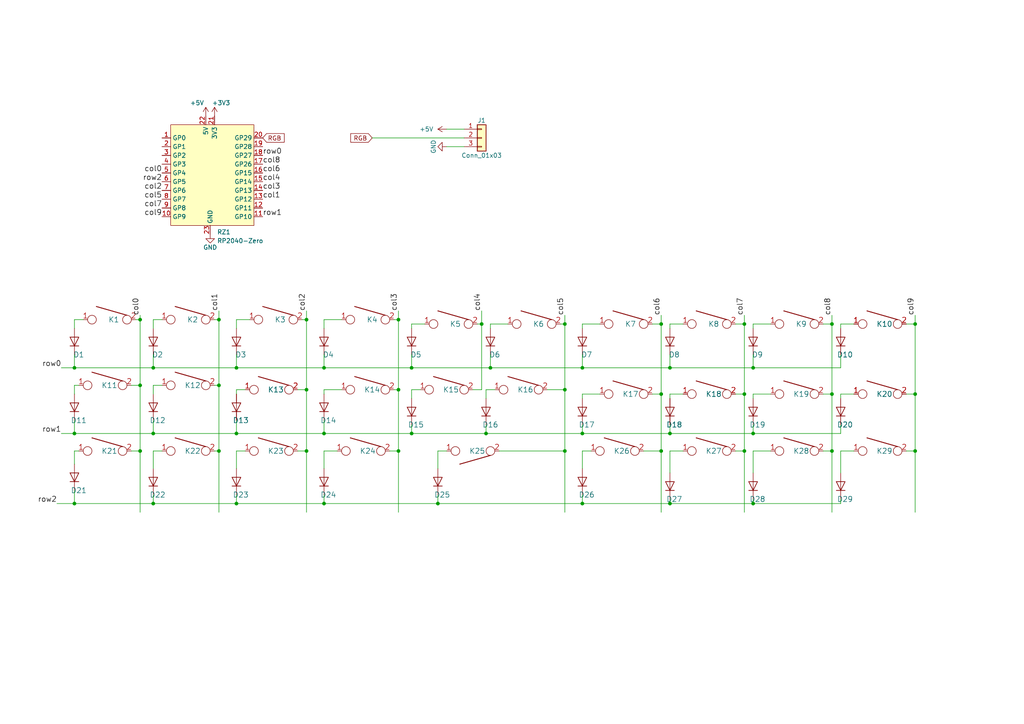
<source format=kicad_sch>
(kicad_sch (version 20211123) (generator eeschema)
  (paper "A4")
  (lib_symbols
    (symbol "alpha_pro_micro-rescue:Conn_01x03" (pin_names (offset 1.016) hide)
      (property "Reference" "J" (at 0 5.08 0))
      (property "Value" "Conn_01x03" (at 0 -5.08 0))
      (symbol "Conn_01x03_1_1"
        (rectangle (start -1.27 -2.413) (end 0 -2.667) (stroke (width 0.1524)))
        (rectangle (start -1.27 0.127) (end 0 -0.127) (stroke (width 0.1524)))
        (rectangle (start -1.27 2.667) (end 0 2.413) (stroke (width 0.1524)))
        (rectangle (start -1.27 3.81) (end 1.27 -3.81) (stroke (width 0.254)) (fill (type background)))
        (pin passive line (at -5.08 2.54 0) (length 3.81) (name "Pin_1") (number "1"))
        (pin passive line (at -5.08 0 0) (length 3.81) (name "Pin_2") (number "2"))
        (pin passive line (at -5.08 -2.54 0) (length 3.81) (name "Pin_3") (number "3"))
      )
    )
    (symbol "alpha_pro_micro-rescue:D-RESCUE-alpha_pro_micro" (pin_numbers hide) (pin_names (offset 1.016) hide)
      (property "Reference" "D" (at 0 2.54 0))
      (property "Value" "D-RESCUE-alpha_pro_micro" (at 0 -2.54 0))
      (symbol "D-RESCUE-alpha_pro_micro_0_1"
        (polyline (pts (xy -1.27 1.27) (xy -1.27 -1.27)) (stroke (width 0.2032)))
        (polyline (pts (xy 1.27 0) (xy -1.27 0)))
        (polyline (pts (xy 1.27 1.27) (xy 1.27 -1.27) (xy -1.27 0) (xy 1.27 1.27)) (stroke (width 0.2032)))
      )
      (symbol "D-RESCUE-alpha_pro_micro_1_1"
        (pin passive line (at -3.81 0 0) (length 2.54) (name "K") (number "1"))
        (pin passive line (at 3.81 0 180) (length 2.54) (name "A") (number "2"))
      )
    )
    (symbol "alpha_pro_micro-rescue:KEYSW" (pin_names (offset 1.016))
      (property "Reference" "K?" (at -1.27 0 0))
      (symbol "KEYSW_0_1"
        (circle (center -5.08 0) (radius 1.27))
        (polyline (pts (xy -5.08 1.27) (xy 3.81 3.81)) (stroke (width 0.254)))
        (circle (center 5.08 0) (radius 1.27))
      )
      (symbol "KEYSW_1_1"
        (pin passive line (at 7.62 0 180) (length 1.27) (name "~") (number "1"))
        (pin passive line (at -7.62 0 0) (length 1.27) (name "~") (number "2"))
      )
    )
    (symbol "power:+3V3" (power) (pin_names (offset 0))
      (property "Value" "+3V3" (at 0 3.556 0))
      (symbol "+3V3_0_1"
        (polyline (pts (xy -0.762 1.27) (xy 0 2.54)))
        (polyline (pts (xy 0 0) (xy 0 2.54)))
        (polyline (pts (xy 0 2.54) (xy 0.762 1.27)))
      )
      (symbol "+3V3_1_1"
        (pin power_in line (at 0 0 90) (length 0) hide (name "+3V3") (number "1"))
      )
    )
    (symbol "power:+5V" (power) (pin_names (offset 0))
      (property "Value" "+5V" (at 0 3.556 0))
      (symbol "+5V_0_1"
        (polyline (pts (xy -0.762 1.27) (xy 0 2.54)))
        (polyline (pts (xy 0 0) (xy 0 2.54)))
        (polyline (pts (xy 0 2.54) (xy 0.762 1.27)))
      )
      (symbol "+5V_1_1"
        (pin power_in line (at 0 0 90) (length 0) hide (name "+5V") (number "1"))
      )
    )
    (symbol "power:GND" (power) (pin_names (offset 0))
      (property "Value" "GND" (at 0 -3.81 0))
      (symbol "GND_0_1"
        (polyline (pts (xy 0 0) (xy 0 -1.27) (xy 1.27 -1.27) (xy 0 -2.54) (xy -1.27 -1.27) (xy 0 -1.27)))
      )
      (symbol "GND_1_1"
        (pin power_in line (at 0 0 270) (length 0) hide (name "GND") (number "1"))
      )
    )
    (symbol "rp2040-zero:RP2040-Zero"
      (property "Reference" "RZ" (at 0 0 0))
      (property "Value" "RP2040-Zero" (at 0 -2.54 0))
      (symbol "RP2040-Zero_0_1"
        (rectangle (start -11.43 -15.24) (end 12.7 13.97) (fill (type background)))
      )
      (symbol "RP2040-Zero_1_1"
        (pin bidirectional line (at -13.97 10.16 0) (length 2.54) (name "GP0") (number "1"))
        (pin bidirectional line (at -13.97 -12.7 0) (length 2.54) (name "GP9") (number "10"))
        (pin bidirectional line (at 15.24 -12.7 180) (length 2.54) (name "GP10") (number "11"))
        (pin bidirectional line (at 15.24 -10.16 180) (length 2.54) (name "GP11") (number "12"))
        (pin bidirectional line (at 15.24 -7.62 180) (length 2.54) (name "GP12") (number "13"))
        (pin bidirectional line (at 15.24 -5.08 180) (length 2.54) (name "GP13") (number "14"))
        (pin bidirectional line (at 15.24 -2.54 180) (length 2.54) (name "GP14") (number "15"))
        (pin bidirectional line (at 15.24 0 180) (length 2.54) (name "GP15") (number "16"))
        (pin bidirectional line (at 15.24 2.54 180) (length 2.54) (name "GP26") (number "17"))
        (pin bidirectional line (at 15.24 5.08 180) (length 2.54) (name "GP27") (number "18"))
        (pin bidirectional line (at 15.24 7.62 180) (length 2.54) (name "GP28") (number "19"))
        (pin bidirectional line (at -13.97 7.62 0) (length 2.54) (name "GP1") (number "2"))
        (pin bidirectional line (at 15.24 10.16 180) (length 2.54) (name "GP29") (number "20"))
        (pin power_in line (at 1.27 16.51 270) (length 2.54) (name "3V3") (number "21"))
        (pin power_in line (at -1.27 16.51 270) (length 2.54) (name "5V") (number "22"))
        (pin power_in line (at 0 -17.78 90) (length 2.54) (name "GND") (number "23"))
        (pin bidirectional line (at -13.97 5.08 0) (length 2.54) (name "GP2") (number "3"))
        (pin bidirectional line (at -13.97 2.54 0) (length 2.54) (name "GP3") (number "4"))
        (pin bidirectional line (at -13.97 0 0) (length 2.54) (name "GP4") (number "5"))
        (pin bidirectional line (at -13.97 -2.54 0) (length 2.54) (name "GP5") (number "6"))
        (pin bidirectional line (at -13.97 -5.08 0) (length 2.54) (name "GP6") (number "7"))
        (pin bidirectional line (at -13.97 -7.62 0) (length 2.54) (name "GP7") (number "8"))
        (pin bidirectional line (at -13.97 -10.16 0) (length 2.54) (name "GP8") (number "9"))
      )
    )
  )
  (junction (at 265.43 114.3))
  (junction (at 115.57 130.81))
  (junction (at 88.9 113.03))
  (junction (at 68.58 125.73))
  (junction (at 191.77 93.98))
  (junction (at 194.31 125.73))
  (junction (at 88.9 130.81))
  (junction (at 63.5 130.81))
  (junction (at 44.45 106.68))
  (junction (at 119.38 106.68))
  (junction (at 191.77 114.3))
  (junction (at 119.38 125.73))
  (junction (at 194.31 146.05))
  (junction (at 168.91 106.68))
  (junction (at 63.5 111.76))
  (junction (at 241.3 130.81))
  (junction (at 68.58 106.68))
  (junction (at 40.64 111.76))
  (junction (at 215.9 93.98))
  (junction (at 21.59 106.68))
  (junction (at 93.98 146.05))
  (junction (at 63.5 92.71))
  (junction (at 44.45 146.05))
  (junction (at 241.3 93.98))
  (junction (at 265.43 93.98))
  (junction (at 21.59 146.05))
  (junction (at 127 146.05))
  (junction (at 93.98 125.73))
  (junction (at 140.97 125.73))
  (junction (at 168.91 146.05))
  (junction (at 40.64 92.71))
  (junction (at 142.24 106.68))
  (junction (at 191.77 130.81))
  (junction (at 93.98 106.68))
  (junction (at 21.59 125.73))
  (junction (at 218.44 106.68))
  (junction (at 88.9 92.71))
  (junction (at 68.58 146.05))
  (junction (at 218.44 125.73))
  (junction (at 44.45 125.73))
  (junction (at 40.64 130.81))
  (junction (at 194.31 106.68))
  (junction (at 265.43 130.81))
  (junction (at 215.9 130.81))
  (junction (at 115.57 113.03))
  (junction (at 163.83 113.03))
  (junction (at 115.57 92.71))
  (junction (at 163.83 130.81))
  (junction (at 139.7 93.98))
  (junction (at 241.3 114.3))
  (junction (at 168.91 125.73))
  (junction (at 163.83 93.98))
  (junction (at 218.44 146.05))
  (junction (at 215.9 114.3))
  (wire (pts (xy 72.39 92.71) (xy 68.58 92.71)))
  (wire (pts (xy 191.77 114.3) (xy 191.77 130.81)))
  (wire (pts (xy 243.84 144.78) (xy 243.84 146.05)))
  (wire (pts (xy 140.97 113.03) (xy 140.97 115.57)))
  (wire (pts (xy 265.43 93.98) (xy 265.43 114.3)))
  (wire (pts (xy 93.98 113.03) (xy 93.98 114.3)))
  (wire (pts (xy 143.51 113.03) (xy 140.97 113.03)))
  (wire (pts (xy 218.44 93.98) (xy 223.52 93.98)))
  (wire (pts (xy 265.43 91.44) (xy 265.43 93.98)))
  (wire (pts (xy 22.86 111.76) (xy 21.59 111.76)))
  (wire (pts (xy 44.45 130.81) (xy 46.99 130.81)))
  (wire (pts (xy 194.31 106.68) (xy 218.44 106.68)))
  (wire (pts (xy 21.59 102.87) (xy 21.59 106.68)))
  (wire (pts (xy 162.56 93.98) (xy 163.83 93.98)))
  (wire (pts (xy 238.76 130.81) (xy 241.3 130.81)))
  (wire (pts (xy 115.57 130.81) (xy 115.57 148.59)))
  (wire (pts (xy 241.3 130.81) (xy 241.3 148.59)))
  (wire (pts (xy 218.44 125.73) (xy 243.84 125.73)))
  (wire (pts (xy 241.3 91.44) (xy 241.3 93.98)))
  (wire (pts (xy 243.84 115.57) (xy 243.84 114.3)))
  (wire (pts (xy 119.38 106.68) (xy 142.24 106.68)))
  (wire (pts (xy 215.9 93.98) (xy 215.9 114.3)))
  (wire (pts (xy 68.58 143.51) (xy 68.58 146.05)))
  (wire (pts (xy 171.45 130.81) (xy 168.91 130.81)))
  (wire (pts (xy 44.45 146.05) (xy 68.58 146.05)))
  (wire (pts (xy 21.59 130.81) (xy 21.59 134.62)))
  (wire (pts (xy 213.36 93.98) (xy 215.9 93.98)))
  (wire (pts (xy 137.16 113.03) (xy 139.7 113.03)))
  (wire (pts (xy 44.45 125.73) (xy 44.45 121.92)))
  (wire (pts (xy 115.57 92.71) (xy 115.57 113.03)))
  (wire (pts (xy 113.03 130.81) (xy 115.57 130.81)))
  (wire (pts (xy 93.98 125.73) (xy 119.38 125.73)))
  (wire (pts (xy 62.23 130.81) (xy 63.5 130.81)))
  (wire (pts (xy 158.75 113.03) (xy 163.83 113.03)))
  (wire (pts (xy 168.91 146.05) (xy 194.31 146.05)))
  (wire (pts (xy 46.99 111.76) (xy 44.45 111.76)))
  (wire (pts (xy 40.64 92.71) (xy 40.64 111.76)))
  (wire (pts (xy 68.58 125.73) (xy 93.98 125.73)))
  (wire (pts (xy 68.58 125.73) (xy 68.58 121.92)))
  (wire (pts (xy 40.64 130.81) (xy 40.64 148.59)))
  (wire (pts (xy 115.57 113.03) (xy 114.3 113.03)))
  (wire (pts (xy 142.24 93.98) (xy 142.24 95.25)))
  (wire (pts (xy 243.84 114.3) (xy 247.65 114.3)))
  (wire (pts (xy 218.44 144.78) (xy 218.44 146.05)))
  (wire (pts (xy 21.59 125.73) (xy 44.45 125.73)))
  (wire (pts (xy 215.9 114.3) (xy 215.9 130.81)))
  (wire (pts (xy 63.5 111.76) (xy 63.5 130.81)))
  (wire (pts (xy 121.92 113.03) (xy 119.38 113.03)))
  (wire (pts (xy 38.1 130.81) (xy 40.64 130.81)))
  (wire (pts (xy 63.5 130.81) (xy 63.5 148.59)))
  (wire (pts (xy 93.98 146.05) (xy 127 146.05)))
  (wire (pts (xy 63.5 90.17) (xy 63.5 92.71)))
  (wire (pts (xy 88.9 113.03) (xy 88.9 130.81)))
  (wire (pts (xy 127 130.81) (xy 129.54 130.81)))
  (wire (pts (xy 129.54 37.465) (xy 134.62 37.465)))
  (wire (pts (xy 218.44 146.05) (xy 243.84 146.05)))
  (wire (pts (xy 238.76 93.98) (xy 241.3 93.98)))
  (wire (pts (xy 40.64 111.76) (xy 40.64 130.81)))
  (wire (pts (xy 163.83 113.03) (xy 163.83 130.81)))
  (wire (pts (xy 127 143.51) (xy 127 146.05)))
  (wire (pts (xy 194.31 114.3) (xy 198.12 114.3)))
  (wire (pts (xy 21.59 146.05) (xy 44.45 146.05)))
  (wire (pts (xy 223.52 114.3) (xy 218.44 114.3)))
  (wire (pts (xy 99.06 113.03) (xy 93.98 113.03)))
  (wire (pts (xy 243.84 125.73) (xy 243.84 123.19)))
  (wire (pts (xy 68.58 92.71) (xy 68.58 95.25)))
  (wire (pts (xy 123.19 93.98) (xy 119.38 93.98)))
  (wire (pts (xy 213.36 130.81) (xy 215.9 130.81)))
  (wire (pts (xy 215.9 130.81) (xy 215.9 148.59)))
  (wire (pts (xy 173.99 93.98) (xy 168.91 93.98)))
  (wire (pts (xy 93.98 92.71) (xy 93.98 95.25)))
  (wire (pts (xy 86.36 130.81) (xy 88.9 130.81)))
  (wire (pts (xy 194.31 125.73) (xy 194.31 123.19)))
  (wire (pts (xy 22.86 130.81) (xy 21.59 130.81)))
  (wire (pts (xy 63.5 111.76) (xy 62.23 111.76)))
  (wire (pts (xy 44.45 106.68) (xy 68.58 106.68)))
  (wire (pts (xy 243.84 130.81) (xy 247.65 130.81)))
  (wire (pts (xy 93.98 143.51) (xy 93.98 146.05)))
  (wire (pts (xy 119.38 125.73) (xy 140.97 125.73)))
  (wire (pts (xy 127 135.89) (xy 127 130.81)))
  (wire (pts (xy 191.77 130.81) (xy 191.77 148.59)))
  (wire (pts (xy 21.59 92.71) (xy 21.59 95.25)))
  (wire (pts (xy 144.78 130.81) (xy 163.83 130.81)))
  (wire (pts (xy 17.78 106.68) (xy 21.59 106.68)))
  (wire (pts (xy 168.91 125.73) (xy 194.31 125.73)))
  (wire (pts (xy 44.45 135.89) (xy 44.45 130.81)))
  (wire (pts (xy 16.51 146.05) (xy 21.59 146.05)))
  (wire (pts (xy 119.38 113.03) (xy 119.38 115.57)))
  (wire (pts (xy 127 146.05) (xy 168.91 146.05)))
  (wire (pts (xy 168.91 125.73) (xy 168.91 123.19)))
  (wire (pts (xy 62.23 92.71) (xy 63.5 92.71)))
  (wire (pts (xy 44.45 143.51) (xy 44.45 146.05)))
  (wire (pts (xy 241.3 93.98) (xy 241.3 114.3)))
  (wire (pts (xy 186.69 130.81) (xy 191.77 130.81)))
  (wire (pts (xy 198.12 130.81) (xy 194.31 130.81)))
  (wire (pts (xy 140.97 125.73) (xy 140.97 123.19)))
  (wire (pts (xy 40.64 91.44) (xy 40.64 92.71)))
  (wire (pts (xy 119.38 125.73) (xy 119.38 123.19)))
  (wire (pts (xy 119.38 106.68) (xy 119.38 102.87)))
  (wire (pts (xy 168.91 130.81) (xy 168.91 135.89)))
  (wire (pts (xy 68.58 135.89) (xy 68.58 130.81)))
  (wire (pts (xy 21.59 111.76) (xy 21.59 114.3)))
  (wire (pts (xy 215.9 114.3) (xy 213.36 114.3)))
  (wire (pts (xy 265.43 114.3) (xy 262.89 114.3)))
  (wire (pts (xy 68.58 113.03) (xy 68.58 114.3)))
  (wire (pts (xy 194.31 130.81) (xy 194.31 137.16)))
  (wire (pts (xy 265.43 114.3) (xy 265.43 130.81)))
  (wire (pts (xy 93.98 135.89) (xy 93.98 130.81)))
  (wire (pts (xy 138.43 93.98) (xy 139.7 93.98)))
  (wire (pts (xy 147.32 93.98) (xy 142.24 93.98)))
  (wire (pts (xy 115.57 113.03) (xy 115.57 130.81)))
  (wire (pts (xy 194.31 125.73) (xy 218.44 125.73)))
  (wire (pts (xy 191.77 91.44) (xy 191.77 93.98)))
  (wire (pts (xy 218.44 106.68) (xy 243.84 106.68)))
  (wire (pts (xy 88.9 130.81) (xy 88.9 148.59)))
  (wire (pts (xy 168.91 115.57) (xy 168.91 114.3)))
  (wire (pts (xy 140.97 125.73) (xy 168.91 125.73)))
  (wire (pts (xy 119.38 93.98) (xy 119.38 95.25)))
  (wire (pts (xy 241.3 114.3) (xy 241.3 130.81)))
  (wire (pts (xy 68.58 130.81) (xy 71.12 130.81)))
  (wire (pts (xy 218.44 95.25) (xy 218.44 93.98)))
  (wire (pts (xy 191.77 93.98) (xy 191.77 114.3)))
  (wire (pts (xy 194.31 93.98) (xy 198.12 93.98)))
  (wire (pts (xy 93.98 106.68) (xy 93.98 102.87)))
  (wire (pts (xy 243.84 93.98) (xy 243.84 95.25)))
  (wire (pts (xy 68.58 106.68) (xy 68.58 102.87)))
  (wire (pts (xy 44.45 125.73) (xy 68.58 125.73)))
  (wire (pts (xy 194.31 115.57) (xy 194.31 114.3)))
  (wire (pts (xy 218.44 137.16) (xy 218.44 130.81)))
  (wire (pts (xy 68.58 106.68) (xy 93.98 106.68)))
  (wire (pts (xy 93.98 106.68) (xy 119.38 106.68)))
  (wire (pts (xy 194.31 146.05) (xy 218.44 146.05)))
  (wire (pts (xy 107.95 40.005) (xy 134.62 40.005)))
  (wire (pts (xy 142.24 106.68) (xy 142.24 102.87)))
  (wire (pts (xy 189.23 114.3) (xy 191.77 114.3)))
  (wire (pts (xy 247.65 93.98) (xy 243.84 93.98)))
  (wire (pts (xy 215.9 91.44) (xy 215.9 93.98)))
  (wire (pts (xy 115.57 90.17) (xy 115.57 92.71)))
  (wire (pts (xy 218.44 125.73) (xy 218.44 123.19)))
  (wire (pts (xy 168.91 93.98) (xy 168.91 95.25)))
  (wire (pts (xy 44.45 106.68) (xy 44.45 102.87)))
  (wire (pts (xy 168.91 114.3) (xy 173.99 114.3)))
  (wire (pts (xy 163.83 93.98) (xy 163.83 113.03)))
  (wire (pts (xy 114.3 92.71) (xy 115.57 92.71)))
  (wire (pts (xy 88.9 90.17) (xy 88.9 92.71)))
  (wire (pts (xy 218.44 114.3) (xy 218.44 115.57)))
  (wire (pts (xy 189.23 93.98) (xy 191.77 93.98)))
  (wire (pts (xy 21.59 121.92) (xy 21.59 125.73)))
  (wire (pts (xy 194.31 106.68) (xy 194.31 102.87)))
  (wire (pts (xy 40.64 111.76) (xy 38.1 111.76)))
  (wire (pts (xy 129.54 42.545) (xy 134.62 42.545)))
  (wire (pts (xy 21.59 106.68) (xy 44.45 106.68)))
  (wire (pts (xy 262.89 130.81) (xy 265.43 130.81)))
  (wire (pts (xy 21.59 142.24) (xy 21.59 146.05)))
  (wire (pts (xy 139.7 90.17) (xy 139.7 93.98)))
  (wire (pts (xy 87.63 92.71) (xy 88.9 92.71)))
  (wire (pts (xy 139.7 93.98) (xy 139.7 113.03)))
  (wire (pts (xy 93.98 130.81) (xy 97.79 130.81)))
  (wire (pts (xy 71.12 113.03) (xy 68.58 113.03)))
  (wire (pts (xy 46.99 92.71) (xy 44.45 92.71)))
  (wire (pts (xy 17.78 125.73) (xy 21.59 125.73)))
  (wire (pts (xy 241.3 114.3) (xy 238.76 114.3)))
  (wire (pts (xy 63.5 92.71) (xy 63.5 111.76)))
  (wire (pts (xy 44.45 111.76) (xy 44.45 114.3)))
  (wire (pts (xy 86.36 113.03) (xy 88.9 113.03)))
  (wire (pts (xy 262.89 93.98) (xy 265.43 93.98)))
  (wire (pts (xy 163.83 130.81) (xy 163.83 148.59)))
  (wire (pts (xy 218.44 130.81) (xy 223.52 130.81)))
  (wire (pts (xy 93.98 125.73) (xy 93.98 121.92)))
  (wire (pts (xy 93.98 92.71) (xy 99.06 92.71)))
  (wire (pts (xy 168.91 106.68) (xy 194.31 106.68)))
  (wire (pts (xy 68.58 146.05) (xy 93.98 146.05)))
  (wire (pts (xy 168.91 106.68) (xy 168.91 102.87)))
  (wire (pts (xy 218.44 106.68) (xy 218.44 102.87)))
  (wire (pts (xy 243.84 106.68) (xy 243.84 102.87)))
  (wire (pts (xy 194.31 144.78) (xy 194.31 146.05)))
  (wire (pts (xy 142.24 106.68) (xy 168.91 106.68)))
  (wire (pts (xy 24.13 92.71) (xy 21.59 92.71)))
  (wire (pts (xy 265.43 130.81) (xy 265.43 148.59)))
  (wire (pts (xy 194.31 95.25) (xy 194.31 93.98)))
  (wire (pts (xy 243.84 137.16) (xy 243.84 130.81)))
  (wire (pts (xy 88.9 92.71) (xy 88.9 113.03)))
  (wire (pts (xy 168.91 143.51) (xy 168.91 146.05)))
  (wire (pts (xy 39.37 92.71) (xy 40.64 92.71)))
  (wire (pts (xy 163.83 91.44) (xy 163.83 93.98)))
  (wire (pts (xy 44.45 92.71) (xy 44.45 95.25)))
  (label "col7" (at 46.99 60.325 180) (effects (font (size 1.524 1.524))))
  (label "col6" (at 76.2 50.165 0) (effects (font (size 1.524 1.524))))
  (label "row1" (at 76.2 62.865 0) (effects (font (size 1.524 1.524))))
  (label "row2" (at 16.51 146.05 180) (effects (font (size 1.524 1.524))))
  (label "row0" (at 17.78 106.68 180) (effects (font (size 1.524 1.524))))
  (label "col3" (at 115.57 90.17 90) (effects (font (size 1.524 1.524))))
  (label "col9" (at 265.43 91.44 90) (effects (font (size 1.524 1.524))))
  (label "col0" (at 46.99 50.165 180) (effects (font (size 1.524 1.524))))
  (label "row2" (at 46.99 52.705 180) (effects (font (size 1.524 1.524))))
  (label "col8" (at 76.2 47.625 0) (effects (font (size 1.524 1.524))))
  (label "col0" (at 40.64 91.44 90) (effects (font (size 1.524 1.524))))
  (label "col7" (at 215.9 91.44 90) (effects (font (size 1.524 1.524))))
  (label "row0" (at 76.2 45.085 0) (effects (font (size 1.524 1.524))))
  (label "col4" (at 139.7 90.17 90) (effects (font (size 1.524 1.524))))
  (label "col1" (at 76.2 57.785 0) (effects (font (size 1.524 1.524))))
  (label "col9" (at 46.99 62.865 180) (effects (font (size 1.524 1.524))))
  (label "col8" (at 241.3 91.44 90) (effects (font (size 1.524 1.524))))
  (label "col5" (at 46.99 57.785 180) (effects (font (size 1.524 1.524))))
  (label "col4" (at 76.2 52.705 0) (effects (font (size 1.524 1.524))))
  (label "col6" (at 191.77 91.44 90) (effects (font (size 1.524 1.524))))
  (label "row1" (at 17.78 125.73 180) (effects (font (size 1.524 1.524))))
  (label "col1" (at 63.5 90.17 90) (effects (font (size 1.524 1.524))))
  (label "col2" (at 46.99 55.245 180) (effects (font (size 1.524 1.524))))
  (label "col3" (at 76.2 55.245 0) (effects (font (size 1.524 1.524))))
  (label "col5" (at 163.83 91.44 90) (effects (font (size 1.524 1.524))))
  (label "col2" (at 88.9 90.17 90) (effects (font (size 1.524 1.524))))
  (global_label "RGB" (shape input) (at 107.95 40.005 180) (property "Intersheet References" "${INTERSHEET_REFS}" (effects hide)))
  (global_label "RGB" (shape input) (at 76.2 40.005 0) (property "Intersheet References" "${INTERSHEET_REFS}" (effects hide)))
  (symbol (lib_id "alpha_pro_micro-rescue:KEYSW") (at 54.61 92.71 0) (mirror y) (unit 1)
    (property "Reference" "K2" (at 55.88 92.71 0) (effects (font (size 1.524 1.524))))
    (property "Value" "KEYSW" (effects hide))
    (property "Footprint" "MX_Alps_Hybrid:MXOnly-1U-NoLED" (effects hide))
  )
  (symbol (lib_id "alpha_pro_micro-rescue:D-RESCUE-alpha_pro_micro") (at 44.45 99.06 90) (unit 1)
    (property "Reference" "D2" (at 45.72 102.87 90) (effects (font (size 1.524 1.524))))
    (property "Value" "D" (effects hide))
    (property "Footprint" "combodiode:ComboDiode" (effects hide))
  )
  (symbol (lib_id "alpha_pro_micro-rescue:D-RESCUE-alpha_pro_micro") (at 21.59 99.06 90) (unit 1)
    (property "Reference" "D1" (at 22.86 102.87 90) (effects (font (size 1.524 1.524))))
    (property "Value" "D" (effects hide))
    (property "Footprint" "combodiode:ComboDiode" (effects hide))
  )
  (symbol (lib_id "alpha_pro_micro-rescue:KEYSW") (at 31.75 92.71 0) (mirror y) (unit 1)
    (property "Reference" "K1" (at 33.02 92.71 0) (effects (font (size 1.524 1.524))))
    (property "Value" "KEYSW" (effects hide))
    (property "Footprint" "MX_Alps_Hybrid:MXOnly-1U-NoLED" (effects hide))
  )
  (symbol (lib_id "alpha_pro_micro-rescue:KEYSW") (at 80.01 92.71 0) (mirror y) (unit 1)
    (property "Reference" "K3" (at 81.28 92.71 0) (effects (font (size 1.524 1.524))))
    (property "Value" "KEYSW" (effects hide))
    (property "Footprint" "MX_Alps_Hybrid:MXOnly-1U-NoLED" (effects hide))
  )
  (symbol (lib_id "alpha_pro_micro-rescue:D-RESCUE-alpha_pro_micro") (at 68.58 99.06 90) (unit 1)
    (property "Reference" "D3" (at 69.85 102.87 90) (effects (font (size 1.524 1.524))))
    (property "Value" "D" (effects hide))
    (property "Footprint" "combodiode:ComboDiode" (effects hide))
  )
  (symbol (lib_id "alpha_pro_micro-rescue:KEYSW") (at 30.48 111.76 0) (mirror y) (unit 1)
    (property "Reference" "K11" (at 31.75 111.76 0) (effects (font (size 1.524 1.524))))
    (property "Value" "KEYSW" (effects hide))
    (property "Footprint" "MX_Alps_Hybrid:MXOnly-1U-NoLED" (effects hide))
  )
  (symbol (lib_id "alpha_pro_micro-rescue:D-RESCUE-alpha_pro_micro") (at 21.59 118.11 90) (unit 1)
    (property "Reference" "D11" (at 22.86 121.92 90) (effects (font (size 1.524 1.524))))
    (property "Value" "D" (effects hide))
    (property "Footprint" "combodiode:ComboDiode" (effects hide))
  )
  (symbol (lib_id "alpha_pro_micro-rescue:D-RESCUE-alpha_pro_micro") (at 44.45 118.11 90) (unit 1)
    (property "Reference" "D12" (at 45.72 121.92 90) (effects (font (size 1.524 1.524))))
    (property "Value" "D" (effects hide))
    (property "Footprint" "combodiode:ComboDiode" (effects hide))
  )
  (symbol (lib_id "alpha_pro_micro-rescue:KEYSW") (at 54.61 111.76 0) (mirror y) (unit 1)
    (property "Reference" "K12" (at 55.88 111.76 0) (effects (font (size 1.524 1.524))))
    (property "Value" "KEYSW" (effects hide))
    (property "Footprint" "MX_Alps_Hybrid:MXOnly-1U-NoLED" (effects hide))
  )
  (symbol (lib_id "alpha_pro_micro-rescue:KEYSW") (at 78.74 113.03 0) (mirror y) (unit 1)
    (property "Reference" "K13" (at 80.01 113.03 0) (effects (font (size 1.524 1.524))))
    (property "Value" "KEYSW" (effects hide))
    (property "Footprint" "MX_Alps_Hybrid:MXOnly-1U-NoLED" (effects hide))
  )
  (symbol (lib_id "alpha_pro_micro-rescue:D-RESCUE-alpha_pro_micro") (at 68.58 118.11 90) (unit 1)
    (property "Reference" "D13" (at 69.85 121.92 90) (effects (font (size 1.524 1.524))))
    (property "Value" "D" (effects hide))
    (property "Footprint" "combodiode:ComboDiode" (effects hide))
  )
  (symbol (lib_id "alpha_pro_micro-rescue:KEYSW") (at 106.68 92.71 0) (mirror y) (unit 1)
    (property "Reference" "K4" (at 107.95 92.71 0) (effects (font (size 1.524 1.524))))
    (property "Value" "KEYSW" (effects hide))
    (property "Footprint" "MX_Alps_Hybrid:MXOnly-1U-NoLED" (effects hide))
  )
  (symbol (lib_id "alpha_pro_micro-rescue:D-RESCUE-alpha_pro_micro") (at 93.98 99.06 90) (unit 1)
    (property "Reference" "D4" (at 95.25 102.87 90) (effects (font (size 1.524 1.524))))
    (property "Value" "D" (effects hide))
    (property "Footprint" "combodiode:ComboDiode" (effects hide))
  )
  (symbol (lib_id "alpha_pro_micro-rescue:D-RESCUE-alpha_pro_micro") (at 93.98 118.11 90) (unit 1)
    (property "Reference" "D14" (at 95.25 121.92 90) (effects (font (size 1.524 1.524))))
    (property "Value" "D" (effects hide))
    (property "Footprint" "combodiode:ComboDiode" (effects hide))
  )
  (symbol (lib_id "alpha_pro_micro-rescue:KEYSW") (at 106.68 113.03 0) (mirror y) (unit 1)
    (property "Reference" "K14" (at 107.95 113.03 0) (effects (font (size 1.524 1.524))))
    (property "Value" "KEYSW" (effects hide))
    (property "Footprint" "MX_Alps_Hybrid:MXOnly-1U-NoLED" (effects hide))
  )
  (symbol (lib_id "alpha_pro_micro-rescue:KEYSW") (at 129.54 113.03 0) (mirror y) (unit 1)
    (property "Reference" "K15" (at 130.81 113.03 0) (effects (font (size 1.524 1.524))))
    (property "Value" "KEYSW" (effects hide))
    (property "Footprint" "MX_Alps_Hybrid:MXOnly-1U-NoLED" (effects hide))
  )
  (symbol (lib_id "alpha_pro_micro-rescue:KEYSW") (at 151.13 113.03 0) (mirror y) (unit 1)
    (property "Reference" "K16" (at 152.4 113.03 0) (effects (font (size 1.524 1.524))))
    (property "Value" "KEYSW" (effects hide))
    (property "Footprint" "MX_Alps_Hybrid:MXOnly-1U-NoLED" (effects hide))
  )
  (symbol (lib_id "alpha_pro_micro-rescue:D-RESCUE-alpha_pro_micro") (at 119.38 119.38 90) (unit 1)
    (property "Reference" "D15" (at 120.65 123.19 90) (effects (font (size 1.524 1.524))))
    (property "Value" "D" (effects hide))
    (property "Footprint" "combodiode:ComboDiode" (effects hide))
  )
  (symbol (lib_id "alpha_pro_micro-rescue:D-RESCUE-alpha_pro_micro") (at 140.97 119.38 90) (unit 1)
    (property "Reference" "D16" (at 142.24 123.19 90) (effects (font (size 1.524 1.524))))
    (property "Value" "D" (effects hide))
    (property "Footprint" "combodiode:ComboDiode" (effects hide))
  )
  (symbol (lib_id "alpha_pro_micro-rescue:KEYSW") (at 130.81 93.98 0) (mirror y) (unit 1)
    (property "Reference" "K5" (at 132.08 93.98 0) (effects (font (size 1.524 1.524))))
    (property "Value" "KEYSW" (effects hide))
    (property "Footprint" "MX_Alps_Hybrid:MXOnly-1U-NoLED" (effects hide))
  )
  (symbol (lib_id "alpha_pro_micro-rescue:D-RESCUE-alpha_pro_micro") (at 119.38 99.06 90) (unit 1)
    (property "Reference" "D5" (at 120.65 102.87 90) (effects (font (size 1.524 1.524))))
    (property "Value" "D" (effects hide))
    (property "Footprint" "combodiode:ComboDiode" (effects hide))
  )
  (symbol (lib_id "alpha_pro_micro-rescue:D-RESCUE-alpha_pro_micro") (at 142.24 99.06 90) (unit 1)
    (property "Reference" "D6" (at 143.51 102.87 90) (effects (font (size 1.524 1.524))))
    (property "Value" "D" (effects hide))
    (property "Footprint" "combodiode:ComboDiode" (effects hide))
  )
  (symbol (lib_id "alpha_pro_micro-rescue:KEYSW") (at 154.94 93.98 0) (mirror y) (unit 1)
    (property "Reference" "K6" (at 156.21 93.98 0) (effects (font (size 1.524 1.524))))
    (property "Value" "KEYSW" (effects hide))
    (property "Footprint" "MX_Alps_Hybrid:MXOnly-1U-NoLED" (effects hide))
  )
  (symbol (lib_id "alpha_pro_micro-rescue:D-RESCUE-alpha_pro_micro") (at 21.59 138.43 90) (unit 1)
    (property "Reference" "D21" (at 22.86 142.24 90) (effects (font (size 1.524 1.524))))
    (property "Value" "D" (effects hide))
    (property "Footprint" "combodiode:ComboDiode" (effects hide))
  )
  (symbol (lib_id "alpha_pro_micro-rescue:KEYSW") (at 30.48 130.81 0) (mirror y) (unit 1)
    (property "Reference" "K21" (at 31.75 130.81 0) (effects (font (size 1.524 1.524))))
    (property "Value" "KEYSW" (effects hide))
    (property "Footprint" "MX_Alps_Hybrid:MXOnly-1U-NoLED" (effects hide))
  )
  (symbol (lib_id "alpha_pro_micro-rescue:KEYSW") (at 54.61 130.81 0) (mirror y) (unit 1)
    (property "Reference" "K22" (at 55.88 130.81 0) (effects (font (size 1.524 1.524))))
    (property "Value" "KEYSW" (effects hide))
    (property "Footprint" "MX_Alps_Hybrid:MXOnly-1U-NoLED" (effects hide))
  )
  (symbol (lib_id "alpha_pro_micro-rescue:D-RESCUE-alpha_pro_micro") (at 44.45 139.7 90) (unit 1)
    (property "Reference" "D22" (at 45.72 143.51 90) (effects (font (size 1.524 1.524))))
    (property "Value" "D" (effects hide))
    (property "Footprint" "combodiode:ComboDiode" (effects hide))
  )
  (symbol (lib_id "alpha_pro_micro-rescue:D-RESCUE-alpha_pro_micro") (at 68.58 139.7 90) (unit 1)
    (property "Reference" "D23" (at 69.85 143.51 90) (effects (font (size 1.524 1.524))))
    (property "Value" "D" (effects hide))
    (property "Footprint" "combodiode:ComboDiode" (effects hide))
  )
  (symbol (lib_id "alpha_pro_micro-rescue:KEYSW") (at 78.74 130.81 0) (mirror y) (unit 1)
    (property "Reference" "K23" (at 80.01 130.81 0) (effects (font (size 1.524 1.524))))
    (property "Value" "KEYSW" (effects hide))
    (property "Footprint" "MX_Alps_Hybrid:MXOnly-1U-NoLED" (effects hide))
  )
  (symbol (lib_id "alpha_pro_micro-rescue:D-RESCUE-alpha_pro_micro") (at 93.98 139.7 90) (unit 1)
    (property "Reference" "D24" (at 95.25 143.51 90) (effects (font (size 1.524 1.524))))
    (property "Value" "D" (effects hide))
    (property "Footprint" "combodiode:ComboDiode" (effects hide))
  )
  (symbol (lib_id "alpha_pro_micro-rescue:KEYSW") (at 105.41 130.81 0) (mirror y) (unit 1)
    (property "Reference" "K24" (at 106.68 130.81 0) (effects (font (size 1.524 1.524))))
    (property "Value" "KEYSW" (effects hide))
    (property "Footprint" "MX_Alps_Hybrid:MXOnly-1U-NoLED" (effects hide))
  )
  (symbol (lib_id "alpha_pro_micro-rescue:KEYSW") (at 137.16 130.81 180) (unit 1)
    (property "Reference" "K25" (at 138.43 130.81 0) (effects (font (size 1.524 1.524))))
    (property "Value" "KEYSW" (effects hide))
    (property "Footprint" "MX_Alps_Hybrid:MXOnly-2U-ReversedStabilizers-NoLED" (effects hide))
  )
  (symbol (lib_id "alpha_pro_micro-rescue:KEYSW") (at 205.74 130.81 0) (mirror y) (unit 1)
    (property "Reference" "K27" (at 207.01 130.81 0) (effects (font (size 1.524 1.524))))
    (property "Value" "KEYSW" (effects hide))
    (property "Footprint" "MX_Alps_Hybrid:MXOnly-1U-NoLED" (effects hide))
  )
  (symbol (lib_id "alpha_pro_micro-rescue:D-RESCUE-alpha_pro_micro") (at 127 139.7 90) (unit 1)
    (property "Reference" "D25" (at 128.27 143.51 90) (effects (font (size 1.524 1.524))))
    (property "Value" "D" (effects hide))
    (property "Footprint" "combodiode:ComboDiode" (effects hide))
  )
  (symbol (lib_id "alpha_pro_micro-rescue:D-RESCUE-alpha_pro_micro") (at 194.31 140.97 90) (unit 1)
    (property "Reference" "D27" (at 195.58 144.78 90) (effects (font (size 1.524 1.524))))
    (property "Value" "D" (effects hide))
    (property "Footprint" "combodiode:ComboDiode" (effects hide))
  )
  (symbol (lib_id "alpha_pro_micro-rescue:KEYSW") (at 181.61 93.98 0) (mirror y) (unit 1)
    (property "Reference" "K7" (at 182.88 93.98 0) (effects (font (size 1.524 1.524))))
    (property "Value" "KEYSW" (effects hide))
    (property "Footprint" "MX_Alps_Hybrid:MXOnly-1U-NoLED" (effects hide))
  )
  (symbol (lib_id "alpha_pro_micro-rescue:D-RESCUE-alpha_pro_micro") (at 168.91 99.06 90) (unit 1)
    (property "Reference" "D7" (at 170.18 102.87 90) (effects (font (size 1.524 1.524))))
    (property "Value" "D" (effects hide))
    (property "Footprint" "combodiode:ComboDiode" (effects hide))
  )
  (symbol (lib_id "alpha_pro_micro-rescue:KEYSW") (at 205.74 93.98 0) (mirror y) (unit 1)
    (property "Reference" "K8" (at 207.01 93.98 0) (effects (font (size 1.524 1.524))))
    (property "Value" "KEYSW" (effects hide))
    (property "Footprint" "MX_Alps_Hybrid:MXOnly-1U-NoLED" (effects hide))
  )
  (symbol (lib_id "alpha_pro_micro-rescue:D-RESCUE-alpha_pro_micro") (at 194.31 99.06 90) (unit 1)
    (property "Reference" "D8" (at 195.58 102.87 90) (effects (font (size 1.524 1.524))))
    (property "Value" "D" (effects hide))
    (property "Footprint" "combodiode:ComboDiode" (effects hide))
  )
  (symbol (lib_id "alpha_pro_micro-rescue:D-RESCUE-alpha_pro_micro") (at 218.44 99.06 90) (unit 1)
    (property "Reference" "D9" (at 219.71 102.87 90) (effects (font (size 1.524 1.524))))
    (property "Value" "D" (effects hide))
    (property "Footprint" "combodiode:ComboDiode" (effects hide))
  )
  (symbol (lib_id "alpha_pro_micro-rescue:KEYSW") (at 231.14 93.98 0) (mirror y) (unit 1)
    (property "Reference" "K9" (at 232.41 93.98 0) (effects (font (size 1.524 1.524))))
    (property "Value" "KEYSW" (effects hide))
    (property "Footprint" "MX_Alps_Hybrid:MXOnly-1U-NoLED" (effects hide))
  )
  (symbol (lib_id "alpha_pro_micro-rescue:KEYSW") (at 255.27 93.98 0) (mirror y) (unit 1)
    (property "Reference" "K10" (at 256.54 93.98 0) (effects (font (size 1.524 1.524))))
    (property "Value" "KEYSW" (effects hide))
    (property "Footprint" "MX_Alps_Hybrid:MXOnly-1U-NoLED" (effects hide))
  )
  (symbol (lib_id "alpha_pro_micro-rescue:D-RESCUE-alpha_pro_micro") (at 243.84 99.06 90) (unit 1)
    (property "Reference" "D10" (at 245.11 102.87 90) (effects (font (size 1.524 1.524))))
    (property "Value" "D" (effects hide))
    (property "Footprint" "combodiode:ComboDiode" (effects hide))
  )
  (symbol (lib_id "alpha_pro_micro-rescue:KEYSW") (at 181.61 114.3 0) (mirror y) (unit 1)
    (property "Reference" "K17" (at 182.88 114.3 0) (effects (font (size 1.524 1.524))))
    (property "Value" "KEYSW" (effects hide))
    (property "Footprint" "MX_Alps_Hybrid:MXOnly-1U-NoLED" (effects hide))
  )
  (symbol (lib_id "alpha_pro_micro-rescue:D-RESCUE-alpha_pro_micro") (at 168.91 119.38 90) (unit 1)
    (property "Reference" "D17" (at 170.18 123.19 90) (effects (font (size 1.524 1.524))))
    (property "Value" "D" (effects hide))
    (property "Footprint" "combodiode:ComboDiode" (effects hide))
  )
  (symbol (lib_id "alpha_pro_micro-rescue:KEYSW") (at 205.74 114.3 0) (mirror y) (unit 1)
    (property "Reference" "K18" (at 207.01 114.3 0) (effects (font (size 1.524 1.524))))
    (property "Value" "KEYSW" (effects hide))
    (property "Footprint" "MX_Alps_Hybrid:MXOnly-1U-NoLED" (effects hide))
  )
  (symbol (lib_id "alpha_pro_micro-rescue:D-RESCUE-alpha_pro_micro") (at 194.31 119.38 90) (unit 1)
    (property "Reference" "D18" (at 195.58 123.19 90) (effects (font (size 1.524 1.524))))
    (property "Value" "D" (effects hide))
    (property "Footprint" "combodiode:ComboDiode" (effects hide))
  )
  (symbol (lib_id "alpha_pro_micro-rescue:D-RESCUE-alpha_pro_micro") (at 218.44 119.38 90) (unit 1)
    (property "Reference" "D19" (at 219.71 123.19 90) (effects (font (size 1.524 1.524))))
    (property "Value" "D" (effects hide))
    (property "Footprint" "combodiode:ComboDiode" (effects hide))
  )
  (symbol (lib_id "alpha_pro_micro-rescue:KEYSW") (at 231.14 114.3 0) (mirror y) (unit 1)
    (property "Reference" "K19" (at 232.41 114.3 0) (effects (font (size 1.524 1.524))))
    (property "Value" "KEYSW" (effects hide))
    (property "Footprint" "MX_Alps_Hybrid:MXOnly-1U-NoLED" (effects hide))
  )
  (symbol (lib_id "alpha_pro_micro-rescue:KEYSW") (at 255.27 114.3 0) (mirror y) (unit 1)
    (property "Reference" "K20" (at 256.54 114.3 0) (effects (font (size 1.524 1.524))))
    (property "Value" "KEYSW" (effects hide))
    (property "Footprint" "MX_Alps_Hybrid:MXOnly-1U-NoLED" (effects hide))
  )
  (symbol (lib_id "alpha_pro_micro-rescue:D-RESCUE-alpha_pro_micro") (at 243.84 119.38 90) (unit 1)
    (property "Reference" "D20" (at 245.11 123.19 90) (effects (font (size 1.524 1.524))))
    (property "Value" "D" (effects hide))
    (property "Footprint" "combodiode:ComboDiode" (effects hide))
  )
  (symbol (lib_id "alpha_pro_micro-rescue:KEYSW") (at 179.07 130.81 0) (mirror y) (unit 1)
    (property "Reference" "K26" (at 180.34 130.81 0) (effects (font (size 1.524 1.524))))
    (property "Value" "KEYSW" (effects hide))
    (property "Footprint" "MX_Alps_Hybrid:MXOnly-1U-NoLED" (effects hide))
  )
  (symbol (lib_id "alpha_pro_micro-rescue:D-RESCUE-alpha_pro_micro") (at 168.91 139.7 90) (unit 1)
    (property "Reference" "D26" (at 170.18 143.51 90) (effects (font (size 1.524 1.524))))
    (property "Value" "D" (effects hide))
    (property "Footprint" "combodiode:ComboDiode" (effects hide))
  )
  (symbol (lib_id "alpha_pro_micro-rescue:KEYSW") (at 231.14 130.81 0) (mirror y) (unit 1)
    (property "Reference" "K28" (at 232.41 130.81 0) (effects (font (size 1.524 1.524))))
    (property "Value" "KEYSW" (effects hide))
    (property "Footprint" "MX_Alps_Hybrid:MXOnly-1U-NoLED" (effects hide))
  )
  (symbol (lib_id "alpha_pro_micro-rescue:D-RESCUE-alpha_pro_micro") (at 218.44 140.97 90) (unit 1)
    (property "Reference" "D28" (at 219.71 144.78 90) (effects (font (size 1.524 1.524))))
    (property "Value" "D" (effects hide))
    (property "Footprint" "combodiode:ComboDiode" (effects hide))
  )
  (symbol (lib_id "power:GND") (at 60.96 67.945 0) (unit 1)
    (property "Reference" "#PWR03" (effects hide))
    (property "Value" "GND" (at 60.96 71.755 0))
  )
  (symbol (lib_id "alpha_pro_micro-rescue:Conn_01x03") (at 139.7 40.005 0) (unit 1)
    (property "Reference" "J1" (at 139.7 34.925 0))
    (property "Value" "Conn_01x03" (at 139.7 45.085 0))
    (property "Footprint" "Pin_Headers:Pin_Header_Straight_1x03_Pitch2.54mm" (effects hide))
  )
  (symbol (lib_id "power:GND") (at 129.54 42.545 270) (unit 1)
    (property "Reference" "#PWR06" (effects hide))
    (property "Value" "GND" (at 125.73 42.545 0))
  )
  (symbol (lib_id "alpha_pro_micro-rescue:KEYSW") (at 255.27 130.81 0) (mirror y) (unit 1)
    (property "Reference" "K29" (at 256.54 130.81 0) (effects (font (size 1.524 1.524))))
    (property "Value" "KEYSW" (effects hide))
    (property "Footprint" "MX_Alps_Hybrid:MXOnly-1U-NoLED" (effects hide))
  )
  (symbol (lib_id "power:+5V") (at 59.69 33.655 0) (unit 1)
    (property "Reference" "#PWR0102" (effects hide))
    (property "Value" "+5V" (at 57.15 29.845 0))
  )
  (symbol (lib_id "alpha_pro_micro-rescue:D-RESCUE-alpha_pro_micro") (at 243.84 140.97 90) (unit 1)
    (property "Reference" "D29" (at 245.11 144.78 90) (effects (font (size 1.524 1.524))))
    (property "Value" "D" (effects hide))
    (property "Footprint" "combodiode:ComboDiode" (effects hide))
  )
  (symbol (lib_id "power:+3V3") (at 62.23 33.655 0) (unit 1)
    (property "Reference" "#PWR0103" (effects hide))
    (property "Value" "+3V3" (at 64.135 29.845 0))
  )
  (symbol (lib_id "rp2040-zero:RP2040-Zero") (at 60.96 50.165 0) (unit 1)
    (property "Reference" "RZ1" (at 62.9794 67.31 0) (effects (justify left)))
    (property "Value" "RP2040-Zero" (at 62.9794 69.85 0) (effects (justify left)))
    (property "Footprint" "rp2040-zero:RP2040-Zero" (effects hide))
  )
  (symbol (lib_id "power:+5V") (at 129.54 37.465 90) (unit 1)
    (property "Reference" "#PWR0101" (effects hide))
    (property "Value" "+5V" (at 125.73 37.4649 90) (effects (justify left)))
  )
)
</source>
